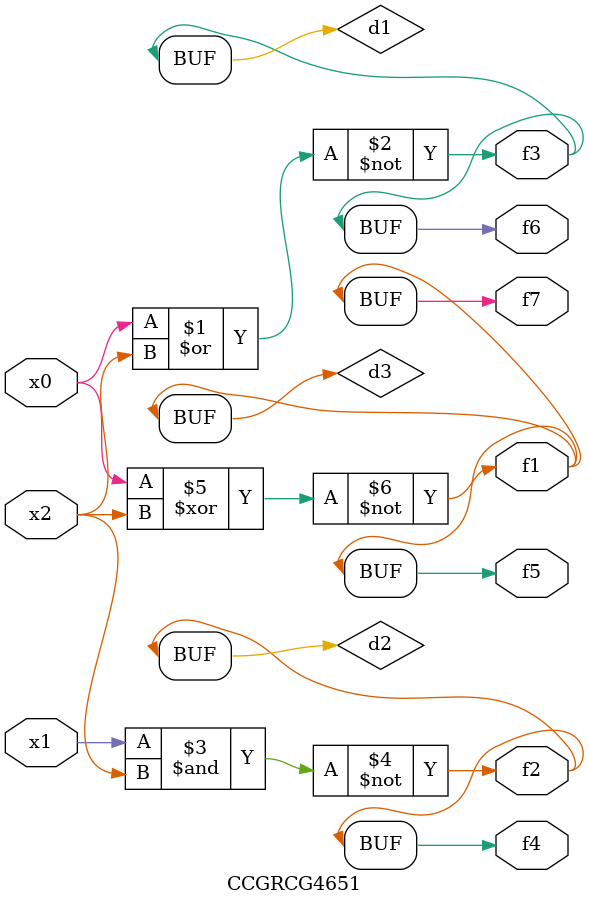
<source format=v>
module CCGRCG4651(
	input x0, x1, x2,
	output f1, f2, f3, f4, f5, f6, f7
);

	wire d1, d2, d3;

	nor (d1, x0, x2);
	nand (d2, x1, x2);
	xnor (d3, x0, x2);
	assign f1 = d3;
	assign f2 = d2;
	assign f3 = d1;
	assign f4 = d2;
	assign f5 = d3;
	assign f6 = d1;
	assign f7 = d3;
endmodule

</source>
